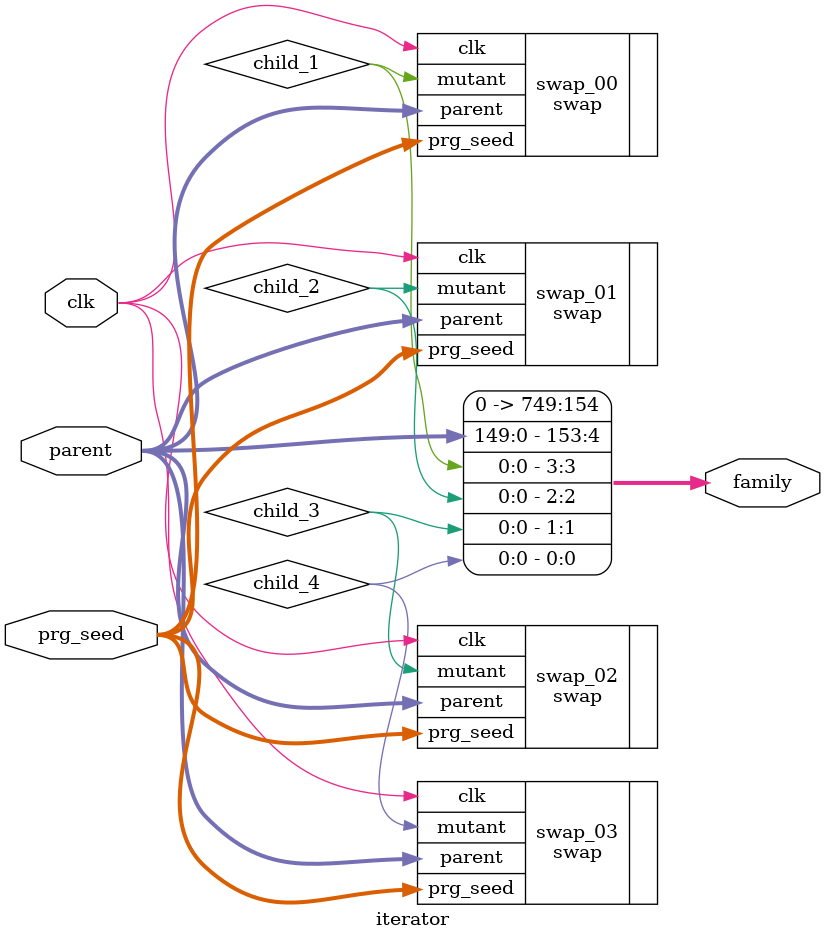
<source format=v>
`timescale 1ns / 1ps
module iterator(
    input clk,
	 input [31:0] prg_seed,
    input [149:0] parent,
    output [749:0] family
    );
	 
wire child_1;
wire child_2;
wire child_3;
wire child_4;

assign family = {parent, child_1, child_2, child_3, child_4};

swap swap_00 (.clk(clk), .prg_seed(prg_seed), .parent(parent), .mutant(child_1));
swap swap_01 (.clk(clk), .prg_seed(prg_seed), .parent(parent), .mutant(child_2));
swap swap_02 (.clk(clk), .prg_seed(prg_seed), .parent(parent), .mutant(child_3));
swap swap_03 (.clk(clk), .prg_seed(prg_seed), .parent(parent), .mutant(child_4));

endmodule

</source>
